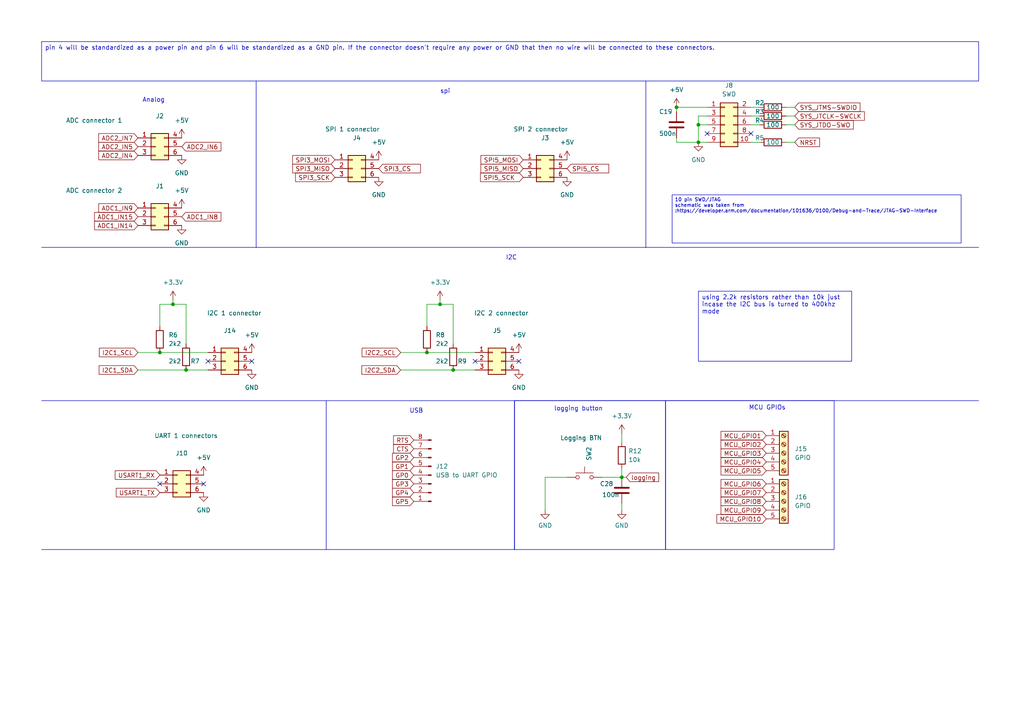
<source format=kicad_sch>
(kicad_sch (version 20230121) (generator eeschema)
  (paper "A4")
  (lib_symbols
    (symbol "Connector:Conn_01x08_Pin" (pin_names (offset 1.016) hide)
      (property "Reference" "J" (at 0 10.16 0))
      (property "Value" "Conn_01x08_Pin" (at 0 -12.7 0))
      (symbol "Conn_01x08_Pin_1_1"
        (polyline (pts (xy 1.27 -10.16) (xy 0.8636 -10.16)) (stroke (width 0.1524)))
        (polyline (pts (xy 1.27 -7.62) (xy 0.8636 -7.62)) (stroke (width 0.1524)))
        (polyline (pts (xy 1.27 -5.08) (xy 0.8636 -5.08)) (stroke (width 0.1524)))
        (polyline (pts (xy 1.27 -2.54) (xy 0.8636 -2.54)) (stroke (width 0.1524)))
        (polyline (pts (xy 1.27 0) (xy 0.8636 0)) (stroke (width 0.1524)))
        (polyline (pts (xy 1.27 2.54) (xy 0.8636 2.54)) (stroke (width 0.1524)))
        (polyline (pts (xy 1.27 5.08) (xy 0.8636 5.08)) (stroke (width 0.1524)))
        (polyline (pts (xy 1.27 7.62) (xy 0.8636 7.62)) (stroke (width 0.1524)))
        (rectangle (start 0.8636 -10.033) (end 0 -10.287) (stroke (width 0.1524)) (fill (type outline)))
        (rectangle (start 0.8636 -7.493) (end 0 -7.747) (stroke (width 0.1524)) (fill (type outline)))
        (rectangle (start 0.8636 -4.953) (end 0 -5.207) (stroke (width 0.1524)) (fill (type outline)))
        (rectangle (start 0.8636 -2.413) (end 0 -2.667) (stroke (width 0.1524)) (fill (type outline)))
        (rectangle (start 0.8636 0.127) (end 0 -0.127) (stroke (width 0.1524)) (fill (type outline)))
        (rectangle (start 0.8636 2.667) (end 0 2.413) (stroke (width 0.1524)) (fill (type outline)))
        (rectangle (start 0.8636 5.207) (end 0 4.953) (stroke (width 0.1524)) (fill (type outline)))
        (rectangle (start 0.8636 7.747) (end 0 7.493) (stroke (width 0.1524)) (fill (type outline)))
        (pin passive line (at 5.08 7.62 180) (length 3.81) (name "Pin_1") (number "1"))
        (pin passive line (at 5.08 5.08 180) (length 3.81) (name "Pin_2") (number "2"))
        (pin passive line (at 5.08 2.54 180) (length 3.81) (name "Pin_3") (number "3"))
        (pin passive line (at 5.08 0 180) (length 3.81) (name "Pin_4") (number "4"))
        (pin passive line (at 5.08 -2.54 180) (length 3.81) (name "Pin_5") (number "5"))
        (pin passive line (at 5.08 -5.08 180) (length 3.81) (name "Pin_6") (number "6"))
        (pin passive line (at 5.08 -7.62 180) (length 3.81) (name "Pin_7") (number "7"))
        (pin passive line (at 5.08 -10.16 180) (length 3.81) (name "Pin_8") (number "8"))
      )
    )
    (symbol "Connector:Screw_Terminal_01x05" (pin_names (offset 1.016) hide)
      (property "Reference" "J" (at 0 7.62 0))
      (property "Value" "Screw_Terminal_01x05" (at 0 -7.62 0))
      (symbol "Screw_Terminal_01x05_1_1"
        (rectangle (start -1.27 6.35) (end 1.27 -6.35) (stroke (width 0.254)) (fill (type background)))
        (circle (center 0 -5.08) (radius 0.635) (stroke (width 0.1524)))
        (circle (center 0 -2.54) (radius 0.635) (stroke (width 0.1524)))
        (polyline (pts (xy -0.5334 -4.7498) (xy 0.3302 -5.588)) (stroke (width 0.1524)))
        (polyline (pts (xy -0.5334 -2.2098) (xy 0.3302 -3.048)) (stroke (width 0.1524)))
        (polyline (pts (xy -0.5334 0.3302) (xy 0.3302 -0.508)) (stroke (width 0.1524)))
        (polyline (pts (xy -0.5334 2.8702) (xy 0.3302 2.032)) (stroke (width 0.1524)))
        (polyline (pts (xy -0.5334 5.4102) (xy 0.3302 4.572)) (stroke (width 0.1524)))
        (polyline (pts (xy -0.3556 -4.572) (xy 0.508 -5.4102)) (stroke (width 0.1524)))
        (polyline (pts (xy -0.3556 -2.032) (xy 0.508 -2.8702)) (stroke (width 0.1524)))
        (polyline (pts (xy -0.3556 0.508) (xy 0.508 -0.3302)) (stroke (width 0.1524)))
        (polyline (pts (xy -0.3556 3.048) (xy 0.508 2.2098)) (stroke (width 0.1524)))
        (polyline (pts (xy -0.3556 5.588) (xy 0.508 4.7498)) (stroke (width 0.1524)))
        (circle (center 0 0) (radius 0.635) (stroke (width 0.1524)))
        (circle (center 0 2.54) (radius 0.635) (stroke (width 0.1524)))
        (circle (center 0 5.08) (radius 0.635) (stroke (width 0.1524)))
        (pin passive line (at -5.08 5.08 0) (length 3.81) (name "Pin_1") (number "1"))
        (pin passive line (at -5.08 2.54 0) (length 3.81) (name "Pin_2") (number "2"))
        (pin passive line (at -5.08 0 0) (length 3.81) (name "Pin_3") (number "3"))
        (pin passive line (at -5.08 -2.54 0) (length 3.81) (name "Pin_4") (number "4"))
        (pin passive line (at -5.08 -5.08 0) (length 3.81) (name "Pin_5") (number "5"))
      )
    )
    (symbol "Connector_Generic:Conn_02x03_Top_Bottom" (pin_names (offset 1.016) hide)
      (property "Reference" "J" (at 1.27 5.08 0))
      (property "Value" "Conn_02x03_Top_Bottom" (at 1.27 -5.08 0))
      (symbol "Conn_02x03_Top_Bottom_1_1"
        (rectangle (start -1.27 -2.413) (end 0 -2.667) (stroke (width 0.1524)))
        (rectangle (start -1.27 0.127) (end 0 -0.127) (stroke (width 0.1524)))
        (rectangle (start -1.27 2.667) (end 0 2.413) (stroke (width 0.1524)))
        (rectangle (start -1.27 3.81) (end 3.81 -3.81) (stroke (width 0.254)) (fill (type background)))
        (rectangle (start 3.81 -2.413) (end 2.54 -2.667) (stroke (width 0.1524)))
        (rectangle (start 3.81 0.127) (end 2.54 -0.127) (stroke (width 0.1524)))
        (rectangle (start 3.81 2.667) (end 2.54 2.413) (stroke (width 0.1524)))
        (pin passive line (at -5.08 2.54 0) (length 3.81) (name "Pin_1") (number "1"))
        (pin passive line (at -5.08 0 0) (length 3.81) (name "Pin_2") (number "2"))
        (pin passive line (at -5.08 -2.54 0) (length 3.81) (name "Pin_3") (number "3"))
        (pin passive line (at 7.62 2.54 180) (length 3.81) (name "Pin_4") (number "4"))
        (pin passive line (at 7.62 0 180) (length 3.81) (name "Pin_5") (number "5"))
        (pin passive line (at 7.62 -2.54 180) (length 3.81) (name "Pin_6") (number "6"))
      )
    )
    (symbol "Connector_Generic:Conn_02x05_Odd_Even" (pin_names (offset 1.016) hide)
      (property "Reference" "J" (at 1.27 7.62 0))
      (property "Value" "Conn_02x05_Odd_Even" (at 1.27 -7.62 0))
      (symbol "Conn_02x05_Odd_Even_1_1"
        (rectangle (start -1.27 -4.953) (end 0 -5.207) (stroke (width 0.1524)))
        (rectangle (start -1.27 -2.413) (end 0 -2.667) (stroke (width 0.1524)))
        (rectangle (start -1.27 0.127) (end 0 -0.127) (stroke (width 0.1524)))
        (rectangle (start -1.27 2.667) (end 0 2.413) (stroke (width 0.1524)))
        (rectangle (start -1.27 5.207) (end 0 4.953) (stroke (width 0.1524)))
        (rectangle (start -1.27 6.35) (end 3.81 -6.35) (stroke (width 0.254)) (fill (type background)))
        (rectangle (start 3.81 -4.953) (end 2.54 -5.207) (stroke (width 0.1524)))
        (rectangle (start 3.81 -2.413) (end 2.54 -2.667) (stroke (width 0.1524)))
        (rectangle (start 3.81 0.127) (end 2.54 -0.127) (stroke (width 0.1524)))
        (rectangle (start 3.81 2.667) (end 2.54 2.413) (stroke (width 0.1524)))
        (rectangle (start 3.81 5.207) (end 2.54 4.953) (stroke (width 0.1524)))
        (pin passive line (at -5.08 5.08 0) (length 3.81) (name "Pin_1") (number "1"))
        (pin passive line (at 7.62 -5.08 180) (length 3.81) (name "Pin_10") (number "10"))
        (pin passive line (at 7.62 5.08 180) (length 3.81) (name "Pin_2") (number "2"))
        (pin passive line (at -5.08 2.54 0) (length 3.81) (name "Pin_3") (number "3"))
        (pin passive line (at 7.62 2.54 180) (length 3.81) (name "Pin_4") (number "4"))
        (pin passive line (at -5.08 0 0) (length 3.81) (name "Pin_5") (number "5"))
        (pin passive line (at 7.62 0 180) (length 3.81) (name "Pin_6") (number "6"))
        (pin passive line (at -5.08 -2.54 0) (length 3.81) (name "Pin_7") (number "7"))
        (pin passive line (at 7.62 -2.54 180) (length 3.81) (name "Pin_8") (number "8"))
        (pin passive line (at -5.08 -5.08 0) (length 3.81) (name "Pin_9") (number "9"))
      )
    )
    (symbol "Device:C" (pin_numbers hide) (pin_names (offset 0.254))
      (property "Reference" "C" (at 0.635 2.54 0))
      (property "Value" "C" (at 0.635 -2.54 0))
      (symbol "C_0_1"
        (polyline (pts (xy -2.032 -0.762) (xy 2.032 -0.762)) (stroke (width 0.508)))
        (polyline (pts (xy -2.032 0.762) (xy 2.032 0.762)) (stroke (width 0.508)))
      )
      (symbol "C_1_1"
        (pin passive line (at 0 3.81 270) (length 2.794) (name "~") (number "1"))
        (pin passive line (at 0 -3.81 90) (length 2.794) (name "~") (number "2"))
      )
    )
    (symbol "Device:R" (pin_numbers hide) (pin_names (offset 0))
      (property "Reference" "R" (at 2.032 0 90))
      (property "Value" "R" (at 0 0 90))
      (symbol "R_0_1"
        (rectangle (start -1.016 -2.54) (end 1.016 2.54) (stroke (width 0.254)))
      )
      (symbol "R_1_1"
        (pin passive line (at 0 3.81 270) (length 1.27) (name "~") (number "1"))
        (pin passive line (at 0 -3.81 90) (length 1.27) (name "~") (number "2"))
      )
    )
    (symbol "Switch:SW_Push" (pin_numbers hide) (pin_names (offset 1.016) hide)
      (property "Reference" "SW" (at 1.27 2.54 0))
      (property "Value" "SW_Push" (at 0 -1.524 0))
      (symbol "SW_Push_0_1"
        (circle (center -2.032 0) (radius 0.508))
        (polyline (pts (xy 0 1.27) (xy 0 3.048)))
        (polyline (pts (xy 2.54 1.27) (xy -2.54 1.27)))
        (circle (center 2.032 0) (radius 0.508))
        (pin passive line (at -5.08 0 0) (length 2.54) (name "1") (number "1"))
        (pin passive line (at 5.08 0 180) (length 2.54) (name "2") (number "2"))
      )
    )
    (symbol "power:+3.3V" (power) (pin_names (offset 0))
      (property "Value" "+3.3V" (at 0 3.556 0))
      (symbol "+3.3V_0_1"
        (polyline (pts (xy -0.762 1.27) (xy 0 2.54)))
        (polyline (pts (xy 0 0) (xy 0 2.54)))
        (polyline (pts (xy 0 2.54) (xy 0.762 1.27)))
      )
      (symbol "+3.3V_1_1"
        (pin power_in line (at 0 0 90) (length 0) hide (name "+3.3V") (number "1"))
      )
    )
    (symbol "power:+5V" (power) (pin_names (offset 0))
      (property "Value" "+5V" (at 0 3.556 0))
      (symbol "+5V_0_1"
        (polyline (pts (xy -0.762 1.27) (xy 0 2.54)))
        (polyline (pts (xy 0 0) (xy 0 2.54)))
        (polyline (pts (xy 0 2.54) (xy 0.762 1.27)))
      )
      (symbol "+5V_1_1"
        (pin power_in line (at 0 0 90) (length 0) hide (name "+5V") (number "1"))
      )
    )
    (symbol "power:GND" (power) (pin_names (offset 0))
      (property "Value" "GND" (at 0 -3.81 0))
      (symbol "GND_0_1"
        (polyline (pts (xy 0 0) (xy 0 -1.27) (xy 1.27 -1.27) (xy 0 -2.54) (xy -1.27 -1.27) (xy 0 -1.27)))
      )
      (symbol "GND_1_1"
        (pin power_in line (at 0 0 270) (length 0) hide (name "GND") (number "1"))
      )
    )
  )
  (junction (at 202.565 36.195))
  (junction (at 131.445 107.315))
  (junction (at 196.215 31.115))
  (junction (at 46.355 102.235))
  (junction (at 127.635 88.265))
  (junction (at 53.975 107.315))
  (junction (at 202.565 41.275))
  (junction (at 50.165 88.265))
  (junction (at 123.825 102.235))
  (junction (at 180.34 138.43))
  (no_connect (at 217.805 38.735))
  (no_connect (at 137.795 104.775))
  (no_connect (at 60.325 104.775))
  (no_connect (at 205.105 38.735))
  (no_connect (at 150.495 104.775))
  (no_connect (at 46.355 140.335))
  (no_connect (at 59.055 140.335))
  (no_connect (at 73.025 104.775))
  (wire (pts (xy 53.975 99.695) (xy 53.975 88.265)))
  (wire (pts (xy 227.965 33.655) (xy 230.505 33.655)))
  (wire (pts (xy 40.005 102.235) (xy 46.355 102.235)))
  (polyline (pts (xy 12.065 159.385) (xy 94.615 159.385)))
  (polyline (pts (xy 187.325 71.755) (xy 283.845 71.755)))
  (wire (pts (xy 158.115 138.43) (xy 158.115 147.955)))
  (wire (pts (xy 116.205 107.315) (xy 131.445 107.315)))
  (wire (pts (xy 227.965 31.115) (xy 230.505 31.115)))
  (polyline (pts (xy 74.295 23.495) (xy 74.295 71.755)))
  (polyline (pts (xy 94.615 159.385) (xy 149.225 159.385)))
  (wire (pts (xy 131.445 99.695) (xy 131.445 88.265)))
  (wire (pts (xy 202.565 33.655) (xy 202.565 36.195)))
  (polyline (pts (xy 94.615 159.385) (xy 94.615 116.205)))
  (wire (pts (xy 202.565 36.195) (xy 205.105 36.195)))
  (wire (pts (xy 180.34 125.73) (xy 180.34 128.27)))
  (wire (pts (xy 40.005 107.315) (xy 53.975 107.315)))
  (wire (pts (xy 123.825 88.265) (xy 127.635 88.265)))
  (polyline (pts (xy 149.225 159.385) (xy 149.225 116.205)))
  (wire (pts (xy 137.795 102.235) (xy 123.825 102.235)))
  (wire (pts (xy 46.355 88.265) (xy 50.165 88.265)))
  (wire (pts (xy 46.355 94.615) (xy 46.355 88.265)))
  (wire (pts (xy 205.105 41.275) (xy 202.565 41.275)))
  (polyline (pts (xy 74.295 71.755) (xy 187.325 71.755)))
  (wire (pts (xy 205.105 33.655) (xy 202.565 33.655)))
  (wire (pts (xy 127.635 86.995) (xy 127.635 88.265)))
  (wire (pts (xy 123.825 94.615) (xy 123.825 88.265)))
  (wire (pts (xy 180.34 138.43) (xy 181.61 138.43)))
  (wire (pts (xy 60.325 107.315) (xy 53.975 107.315)))
  (polyline (pts (xy 12.065 71.755) (xy 74.295 71.755)))
  (polyline (pts (xy 187.325 23.495) (xy 187.325 71.755)))
  (wire (pts (xy 174.625 138.43) (xy 180.34 138.43)))
  (wire (pts (xy 196.215 31.115) (xy 205.105 31.115)))
  (wire (pts (xy 50.165 86.995) (xy 50.165 88.265)))
  (wire (pts (xy 227.965 41.275) (xy 230.505 41.275)))
  (polyline (pts (xy 12.065 116.205) (xy 283.845 116.205)))
  (wire (pts (xy 217.805 41.275) (xy 220.345 41.275)))
  (wire (pts (xy 53.975 88.265) (xy 50.165 88.265)))
  (wire (pts (xy 196.215 41.275) (xy 202.565 41.275)))
  (wire (pts (xy 196.215 31.115) (xy 196.215 32.385)))
  (wire (pts (xy 116.205 102.235) (xy 123.825 102.235)))
  (wire (pts (xy 227.965 36.195) (xy 230.505 36.195)))
  (wire (pts (xy 217.805 33.655) (xy 220.345 33.655)))
  (wire (pts (xy 158.115 138.43) (xy 164.465 138.43)))
  (wire (pts (xy 202.565 41.275) (xy 202.565 36.195)))
  (wire (pts (xy 196.215 40.005) (xy 196.215 41.275)))
  (wire (pts (xy 137.795 107.315) (xy 131.445 107.315)))
  (wire (pts (xy 217.805 31.115) (xy 220.345 31.115)))
  (wire (pts (xy 217.805 36.195) (xy 220.345 36.195)))
  (wire (pts (xy 131.445 88.265) (xy 127.635 88.265)))
  (wire (pts (xy 180.34 135.89) (xy 180.34 138.43)))
  (wire (pts (xy 180.34 147.955) (xy 180.34 146.05)))
  (wire (pts (xy 60.325 102.235) (xy 46.355 102.235)))
  (rectangle (start 193.04 116.205) (end 241.935 159.385))
  (rectangle (start 149.225 116.205) (end 193.04 159.385))
  (text_box "using 2.2k resistors rather than 10k just incase the I2C bus is turned to 400khz mode\n" (at 202.565 84.455 0) (size 44.45 20.32) (effects (font (size 1.27 1.27)) (justify left top)))
  (text_box "pin 4 will be standardized as a power pin and pin 6 will be standardized as a GND pin. If the connector doesn't require any power or GND that then no wire will be connected to these connectors.\n" (at 12.065 12.065 0) (size 271.78 11.43) (effects (font (size 1.27 1.27)) (justify left top)))
  (text_box "10 pin SWD/JTAG \nschematic was taken from :https://developer.arm.com/documentation/101636/0100/Debug-and-Trace/JTAG-SWD-Interface\n" (at 194.945 56.515 0) (size 83.82 13.97) (effects (font (size 1 1)) (justify left top)))
  (text "Analog\n" (at 41.275 29.845 0) (effects (font (size 1.27 1.27)) (justify left bottom)))
  (text "logging button\n" (at 160.655 119.38 0) (effects (font (size 1.27 1.27)) (justify left bottom)))
  (text "spi\n" (at 127.635 27.305 0) (effects (font (size 1.27 1.27)) (justify left bottom)))
  (text "USB\n" (at 118.745 120.015 0) (effects (font (size 1.27 1.27)) (justify left bottom)))
  (text "MCU GPIOs\n\n\n" (at 217.17 123.19 0) (effects (font (size 1.27 1.27)) (justify left bottom)))
  (text "I2C\n" (at 146.685 75.565 0) (effects (font (size 1.27 1.27)) (justify left bottom)))
  (global_label "NRST" (shape input) (at 230.505 41.275 0) (property "Intersheetrefs" "${INTERSHEET_REFS}" (effects hide)))
  (global_label "ADC1_IN15" (shape input) (at 40.005 62.865 180) (property "Intersheetrefs" "${INTERSHEET_REFS}" (effects hide)))
  (global_label "MCU_GPIO4" (shape input) (at 222.25 133.985 180) (property "Intersheetrefs" "${INTERSHEET_REFS}" (effects hide)))
  (global_label "MCU_GPIO2" (shape input) (at 222.25 128.905 180) (property "Intersheetrefs" "${INTERSHEET_REFS}" (effects hide)))
  (global_label "ADC1_IN8" (shape input) (at 52.705 62.865 0) (property "Intersheetrefs" "${INTERSHEET_REFS}" (effects hide)))
  (global_label "MCU_GPIO5" (shape input) (at 222.25 136.525 180) (property "Intersheetrefs" "${INTERSHEET_REFS}" (effects hide)))
  (global_label "GP1" (shape input) (at 120.015 135.255 180) (property "Intersheetrefs" "${INTERSHEET_REFS}" (effects hide)))
  (global_label "SPI5_MOSI" (shape input) (at 151.765 46.355 180) (property "Intersheetrefs" "${INTERSHEET_REFS}" (effects hide)))
  (global_label "SPI5_CS  " (shape input) (at 164.465 48.895 0) (property "Intersheetrefs" "${INTERSHEET_REFS}" (effects hide)))
  (global_label "ADC2_IN6" (shape input) (at 52.705 42.545 0) (property "Intersheetrefs" "${INTERSHEET_REFS}" (effects hide)))
  (global_label "SPI5_MISO" (shape input) (at 151.765 48.895 180) (property "Intersheetrefs" "${INTERSHEET_REFS}" (effects hide)))
  (global_label "RTS" (shape input) (at 120.015 127.635 180) (property "Intersheetrefs" "${INTERSHEET_REFS}" (effects hide)))
  (global_label "CTS" (shape input) (at 120.015 130.175 180) (property "Intersheetrefs" "${INTERSHEET_REFS}" (effects hide)))
  (global_label "SPI5_SCK " (shape input) (at 151.765 51.435 180) (property "Intersheetrefs" "${INTERSHEET_REFS}" (effects hide)))
  (global_label "GP3" (shape input) (at 120.015 140.335 180) (property "Intersheetrefs" "${INTERSHEET_REFS}" (effects hide)))
  (global_label "I2C1_SDA" (shape input) (at 40.005 107.315 180) (property "Intersheetrefs" "${INTERSHEET_REFS}" (effects hide)))
  (global_label "ADC1_IN9" (shape input) (at 40.005 60.325 180) (property "Intersheetrefs" "${INTERSHEET_REFS}" (effects hide)))
  (global_label "ADC2_IN5" (shape input) (at 40.005 42.545 180) (property "Intersheetrefs" "${INTERSHEET_REFS}" (effects hide)))
  (global_label "MCU_GPIO1" (shape input) (at 222.25 126.365 180) (property "Intersheetrefs" "${INTERSHEET_REFS}" (effects hide)))
  (global_label "SYS_JTMS-SWDIO" (shape input) (at 230.505 31.115 0) (property "Intersheetrefs" "${INTERSHEET_REFS}" (effects hide)))
  (global_label "ADC2_IN7" (shape input) (at 40.005 40.005 180) (property "Intersheetrefs" "${INTERSHEET_REFS}" (effects hide)))
  (global_label "USART1_TX" (shape input) (at 46.355 142.875 180) (property "Intersheetrefs" "${INTERSHEET_REFS}" (effects hide)))
  (global_label "MCU_GPIO7" (shape input) (at 222.25 142.875 180) (property "Intersheetrefs" "${INTERSHEET_REFS}" (effects hide)))
  (global_label "I2C2_SDA" (shape input) (at 116.205 107.315 180) (property "Intersheetrefs" "${INTERSHEET_REFS}" (effects hide)))
  (global_label "ADC1_IN14" (shape input) (at 40.005 65.405 180) (property "Intersheetrefs" "${INTERSHEET_REFS}" (effects hide)))
  (global_label "ADC2_IN4" (shape input) (at 40.005 45.085 180) (property "Intersheetrefs" "${INTERSHEET_REFS}" (effects hide)))
  (global_label "GP4" (shape input) (at 120.015 142.875 180) (property "Intersheetrefs" "${INTERSHEET_REFS}" (effects hide)))
  (global_label "MCU_GPIO3" (shape input) (at 222.25 131.445 180) (property "Intersheetrefs" "${INTERSHEET_REFS}" (effects hide)))
  (global_label "MCU_GPIO10" (shape input) (at 222.25 150.495 180) (property "Intersheetrefs" "${INTERSHEET_REFS}" (effects hide)))
  (global_label "GP0" (shape input) (at 120.015 137.795 180) (property "Intersheetrefs" "${INTERSHEET_REFS}" (effects hide)))
  (global_label "SYS_JTDO-SWO" (shape input) (at 230.505 36.195 0) (property "Intersheetrefs" "${INTERSHEET_REFS}" (effects hide)))
  (global_label "SPI3_MOSI" (shape input) (at 97.155 46.355 180) (property "Intersheetrefs" "${INTERSHEET_REFS}" (effects hide)))
  (global_label "SPI3_SCK" (shape input) (at 97.155 51.435 180) (property "Intersheetrefs" "${INTERSHEET_REFS}" (effects hide)))
  (global_label "logging" (shape input) (at 181.61 138.43 0) (property "Intersheetrefs" "${INTERSHEET_REFS}" (effects hide)))
  (global_label "MCU_GPIO6" (shape input) (at 222.25 140.335 180) (property "Intersheetrefs" "${INTERSHEET_REFS}" (effects hide)))
  (global_label "USART1_RX" (shape input) (at 46.355 137.795 180) (property "Intersheetrefs" "${INTERSHEET_REFS}" (effects hide)))
  (global_label "SPI3_CS  " (shape input) (at 109.855 48.895 0) (property "Intersheetrefs" "${INTERSHEET_REFS}" (effects hide)))
  (global_label "I2C1_SCL" (shape input) (at 40.005 102.235 180) (property "Intersheetrefs" "${INTERSHEET_REFS}" (effects hide)))
  (global_label "GP2" (shape input) (at 120.015 132.715 180) (property "Intersheetrefs" "${INTERSHEET_REFS}" (effects hide)))
  (global_label "MCU_GPIO8" (shape input) (at 222.25 145.415 180) (property "Intersheetrefs" "${INTERSHEET_REFS}" (effects hide)))
  (global_label "MCU_GPIO9" (shape input) (at 222.25 147.955 180) (property "Intersheetrefs" "${INTERSHEET_REFS}" (effects hide)))
  (global_label "SYS_JTCLK-SWCLK" (shape input) (at 230.505 33.655 0) (property "Intersheetrefs" "${INTERSHEET_REFS}" (effects hide)))
  (global_label "I2C2_SCL" (shape input) (at 116.205 102.235 180) (property "Intersheetrefs" "${INTERSHEET_REFS}" (effects hide)))
  (global_label "SPI3_MISO" (shape input) (at 97.155 48.895 180) (property "Intersheetrefs" "${INTERSHEET_REFS}" (effects hide)))
  (global_label "GP5" (shape input) (at 120.015 145.415 180) (property "Intersheetrefs" "${INTERSHEET_REFS}" (effects hide)))
  (symbol (lib_id "power:GND") (at 59.055 142.875 0) (unit 1)
    (property "Reference" "#PWR046" (effects hide))
    (property "Value" "GND" (at 59.055 147.955 0))
  )
  (symbol (lib_id "Device:R") (at 46.355 98.425 0) (unit 1)
    (property "Reference" "R6" (at 48.895 97.155 0) (effects (justify left)))
    (property "Value" "2k2" (at 48.895 99.695 0) (effects (justify left)))
    (property "Footprint" "Resistor_SMD:R_0603_1608Metric_Pad0.98x0.95mm_HandSolder" (effects hide))
    (property "JLCpart#" "C427273" (effects hide))
    (instances (project "stm32f429z" (path "" (reference "R6") (unit 1))) (project "rev2" (path "" (reference "R6") (unit 1))) (project "Ethernet test" (path "" (reference "R8") (unit 1))))
  )
  (symbol (lib_id "power:+5V") (at 52.705 40.005 0) (unit 1)
    (property "Reference" "#PWR025" (effects hide))
    (property "Value" "+5V" (at 52.705 34.925 0))
    (instances (project "stm32f429z" (path "" (reference "#PWR025") (unit 1))) (project "rev2" (path "" (reference "#PWR025") (unit 1))) (project "Ethernet test" (path "" (reference "#PWR016") (unit 1))))
  )
  (symbol (lib_id "power:+3.3V") (at 127.635 86.995 0) (unit 1)
    (property "Reference" "#PWR042" (effects hide))
    (property "Value" "+3.3V" (at 127.635 81.915 0))
    (instances (project "stm32f429z" (path "" (reference "#PWR042") (unit 1))) (project "rev2" (path "" (reference "#PWR042") (unit 1))) (project "Ethernet test" (path "" (reference "#PWR039") (unit 1))))
  )
  (symbol (lib_id "Device:R") (at 224.155 33.655 90) (unit 1)
    (property "Reference" "R3" (at 220.345 32.385 90))
    (property "Value" "100" (at 224.155 33.655 90))
    (property "Footprint" "Resistor_SMD:R_0603_1608Metric_Pad0.98x0.95mm_HandSolder" (effects hide))
    (property "JLCpart#" "C441885" (effects hide))
    (instances (project "stm32f429z" (path "" (reference "R3") (unit 1))) (project "rev2" (path "" (reference "R3") (unit 1))) (project "Ethernet test" (path "" (reference "R5") (unit 1))))
  )
  (symbol (lib_id "power:+5V") (at 73.025 102.235 0) (unit 1)
    (property "Reference" "#PWR040" (effects hide))
    (property "Value" "+5V" (at 73.025 97.155 0))
  )
  (symbol (lib_id "Connector:Screw_Terminal_01x05") (at 227.33 145.415 0) (unit 1)
    (property "Reference" "J16" (at 230.505 144.145 0) (effects (justify left)))
    (property "Value" "GPIO" (at 230.505 146.685 0) (effects (justify left)))
    (property "Footprint" "TerminalBlock_Phoenix:TerminalBlock_Phoenix_MPT-0,5-5-2.54_1x05_P2.54mm_Horizontal" (effects hide))
    (instances (project "stm32f429z" (path "" (reference "J16") (unit 1))) (project "rev2" (path "" (reference "J16") (unit 1))) (project "Ethernet test" (path "" (reference "J11") (unit 1))))
  )
  (symbol (lib_id "power:GND") (at 73.025 107.315 0) (unit 1)
    (property "Reference" "#PWR041" (effects hide))
    (property "Value" "GND" (at 73.025 112.395 0))
    (instances (project "stm32f429z" (path "" (reference "#PWR041") (unit 1))) (project "rev2" (path "" (reference "#PWR041") (unit 1))) (project "Ethernet test" (path "" (reference "#PWR042") (unit 1))))
  )
  (symbol (lib_id "Connector_Generic:Conn_02x05_Odd_Even") (at 210.185 36.195 0) (unit 1)
    (property "Reference" "J8" (at 211.455 24.765 0))
    (property "Value" "SWD" (at 211.455 27.305 0))
    (property "Footprint" "Connector_PinHeader_2.54mm:PinHeader_2x05_P2.54mm_Vertical" (effects hide))
    (instances (project "stm32f429z" (path "" (reference "J8") (unit 1))) (project "rev2" (path "" (reference "J8") (unit 1))) (project "Ethernet test" (path "" (reference "J1") (unit 1))))
  )
  (symbol (lib_id "Connector:Conn_01x08_Pin") (at 125.095 137.795 180) (unit 1)
    (property "Reference" "J12" (at 126.365 135.255 0) (effects (justify right)))
    (property "Value" "USB to UART GPIO" (at 126.365 137.795 0) (effects (justify right)))
    (property "Footprint" "Connector_PinHeader_2.54mm:PinHeader_1x08_P2.54mm_Vertical" (effects hide))
    (instances (project "stm32f429z" (path "" (reference "J12") (unit 1))) (project "rev2" (path "" (reference "J12") (unit 1))) (project "Ethernet test" (path "" (reference "J9") (unit 1))))
  )
  (symbol (lib_id "power:GND") (at 52.705 65.405 0) (unit 1)
    (property "Reference" "#PWR028" (effects hide))
    (property "Value" "GND" (at 52.705 70.485 0))
    (instances (project "stm32f429z" (path "" (reference "#PWR028") (unit 1))) (project "rev2" (path "" (reference "#PWR028") (unit 1))) (project "Ethernet test" (path "" (reference "#PWR037") (unit 1))))
  )
  (symbol (lib_id "Connector_Generic:Conn_02x03_Top_Bottom") (at 102.235 48.895 0) (unit 1)
    (property "Reference" "J4" (at 103.505 40.005 0))
    (property "Value" "SPI 1 connector" (at 102.235 37.465 0))
    (property "Footprint" "NewMolexLibrary:Molex_MegaFit_2x03x5.70mm_Angled" (effects hide))
    (instances (project "stm32f429z" (path "" (reference "J4") (unit 1))) (project "rev2" (path "" (reference "J4") (unit 1))) (project "Ethernet test" (path "" (reference "J3") (unit 1))))
  )
  (symbol (lib_id "power:+5V") (at 164.465 46.355 0) (unit 1)
    (property "Reference" "#PWR021" (effects hide))
    (property "Value" "+5V" (at 164.465 41.275 0))
    (instances (project "stm32f429z" (path "" (reference "#PWR021") (unit 1))) (project "rev2" (path "" (reference "#PWR021") (unit 1))) (project "Ethernet test" (path "" (reference "#PWR033") (unit 1))))
  )
  (symbol (lib_id "power:GND") (at 150.495 107.315 0) (unit 1)
    (property "Reference" "#PWR044" (effects hide))
    (property "Value" "GND" (at 150.495 112.395 0))
    (instances (project "stm32f429z" (path "" (reference "#PWR044") (unit 1))) (project "rev2" (path "" (reference "#PWR044") (unit 1))) (project "Ethernet test" (path "" (reference "#PWR043") (unit 1))))
  )
  (symbol (lib_id "power:+3.3V") (at 50.165 86.995 0) (unit 1)
    (property "Reference" "#PWR039" (effects hide))
    (property "Value" "+3.3V" (at 50.165 81.915 0))
    (instances (project "stm32f429z" (path "" (reference "#PWR039") (unit 1))) (project "rev2" (path "" (reference "#PWR039") (unit 1))) (project "Ethernet test" (path "" (reference "#PWR038") (unit 1))))
  )
  (symbol (lib_id "Device:R") (at 180.34 132.08 0) (unit 1)
    (property "Reference" "R12" (at 182.245 130.81 0) (effects (justify left)))
    (property "Value" "10k" (at 182.245 133.35 0) (effects (justify left)))
    (property "Footprint" "Resistor_SMD:R_0603_1608Metric_Pad0.98x0.95mm_HandSolder" (effects hide))
    (property "JLCpart#" "C4226066" (effects hide))
    (instances (project "stm32f429z" (path "" (reference "R12") (unit 1))) (project "rev2" (path "" (reference "R16") (unit 1))) (project "Ethernet test" (path "" (reference "R12") (unit 1))))
  )
  (symbol (lib_id "Switch:SW_Push") (at 169.545 138.43 0) (unit 1)
    (property "Reference" "SW2" (at 170.815 129.54 90) (effects (justify right)))
    (property "Value" "Logging BTN" (at 174.625 127 0) (effects (justify right)))
    (property "Footprint" "Button_Switch_SMD:SW_SPST_PTS645" (effects hide))
    (instances (project "stm32f429z" (path "" (reference "SW2") (unit 1)) (path "" (reference "SW4") (unit 1))) (project "rev2" (path "" (reference "SW3") (unit 1))) (project "Ethernet test" (path "" (reference "SW2") (unit 1))))
  )
  (symbol (lib_id "Connector:Screw_Terminal_01x05") (at 227.33 131.445 0) (unit 1)
    (property "Reference" "J15" (at 230.505 130.175 0) (effects (justify left)))
    (property "Value" "GPIO" (at 230.505 132.715 0) (effects (justify left)))
    (property "Footprint" "TerminalBlock_Phoenix:TerminalBlock_Phoenix_MPT-0,5-5-2.54_1x05_P2.54mm_Horizontal" (effects hide))
    (instances (project "stm32f429z" (path "" (reference "J15") (unit 1))) (project "rev2" (path "" (reference "J15") (unit 1))) (project "Ethernet test" (path "" (reference "J8") (unit 1))))
  )
  (symbol (lib_id "Device:R") (at 224.155 41.275 90) (unit 1)
    (property "Reference" "R5" (at 220.345 40.005 90))
    (property "Value" "100" (at 224.155 41.275 90))
    (property "Footprint" "Resistor_SMD:R_0603_1608Metric_Pad0.98x0.95mm_HandSolder" (effects hide))
    (property "JLCpart#" "C441885" (effects hide))
    (instances (project "stm32f429z" (path "" (reference "R5") (unit 1))) (project "rev2" (path "" (reference "R5") (unit 1))) (project "Ethernet test" (path "" (reference "R7") (unit 1))))
  )
  (symbol (lib_id "Connector_Generic:Conn_02x03_Top_Bottom") (at 45.085 62.865 0) (unit 1)
    (property "Reference" "J1" (at 46.355 53.975 0))
    (property "Value" "ADC connector 2" (at 27.305 55.245 0))
    (property "Footprint" "NewMolexLibrary:Molex_MegaFit_2x03x5.70mm_Angled" (effects hide))
    (instances (project "stm32f429z" (path "" (reference "J1") (unit 1))) (project "rev2" (path "" (reference "J1") (unit 1))) (project "Ethernet test" (path "" (reference "J5") (unit 1))))
  )
  (symbol (lib_id "Connector_Generic:Conn_02x03_Top_Bottom") (at 156.845 48.895 0) (unit 1)
    (property "Reference" "J3" (at 158.115 40.005 0))
    (property "Value" "SPI 2 connector" (at 156.845 37.465 0))
    (property "Footprint" "NewMolexLibrary:Molex_MegaFit_2x03x5.70mm_Angled" (effects hide))
    (instances (project "stm32f429z" (path "" (reference "J3") (unit 1))) (project "rev2" (path "" (reference "J3") (unit 1))) (project "Ethernet test" (path "" (reference "J4") (unit 1))))
  )
  (symbol (lib_id "power:+5V") (at 150.495 102.235 0) (unit 1)
    (property "Reference" "#PWR043" (effects hide))
    (property "Value" "+5V" (at 150.495 97.155 0))
    (instances (project "stm32f429z" (path "" (reference "#PWR043") (unit 1))) (project "rev2" (path "" (reference "#PWR043") (unit 1))) (project "Ethernet test" (path "" (reference "#PWR041") (unit 1))))
  )
  (symbol (lib_id "Device:R") (at 131.445 103.505 0) (unit 1)
    (property "Reference" "R9" (at 132.715 104.775 0) (effects (justify left)))
    (property "Value" "2k2" (at 126.365 104.775 0) (effects (justify left)))
    (property "Footprint" "Resistor_SMD:R_0603_1608Metric_Pad0.98x0.95mm_HandSolder" (effects hide))
    (property "JLCpart#" "C427273" (effects hide))
    (instances (project "stm32f429z" (path "" (reference "R9") (unit 1))) (project "rev2" (path "" (reference "R9") (unit 1))) (project "Ethernet test" (path "" (reference "R11") (unit 1))))
  )
  (symbol (lib_id "power:+3.3V") (at 180.34 125.73 0) (unit 1)
    (property "Reference" "#PWR050" (effects hide))
    (property "Value" "+3.3V" (at 180.34 120.65 0))
    (instances (project "stm32f429z" (path "" (reference "#PWR050") (unit 1))) (project "rev2" (path "" (reference "#PWR050") (unit 1))) (project "Ethernet test" (path "" (reference "#PWR044") (unit 1))))
  )
  (symbol (lib_id "power:+5V") (at 109.855 46.355 0) (unit 1)
    (property "Reference" "#PWR023" (effects hide))
    (property "Value" "+5V" (at 109.855 41.275 0))
    (instances (project "stm32f429z" (path "" (reference "#PWR023") (unit 1))) (project "rev2" (path "" (reference "#PWR023") (unit 1))) (project "Ethernet test" (path "" (reference "#PWR032") (unit 1))))
  )
  (symbol (lib_id "power:+5V") (at 196.215 31.115 0) (unit 1)
    (property "Reference" "#PWR019" (effects hide))
    (property "Value" "+5V" (at 196.215 26.035 0))
    (instances (project "stm32f429z" (path "" (reference "#PWR019") (unit 1))) (project "rev2" (path "" (reference "#PWR019") (unit 1))) (project "Ethernet test" (path "" (reference "#PWR015") (unit 1))))
  )
  (symbol (lib_id "power:GND") (at 180.34 147.955 0) (unit 1)
    (property "Reference" "#PWR049" (effects hide))
    (property "Value" "GND" (at 180.34 152.4 0))
    (instances (project "stm32f429z" (path "" (reference "#PWR049") (unit 1))) (project "rev2" (path "" (reference "#PWR049") (unit 1))) (project "Ethernet test" (path "" (reference "#PWR048") (unit 1))))
  )
  (symbol (lib_id "power:GND") (at 164.465 51.435 0) (unit 1)
    (property "Reference" "#PWR026" (effects hide))
    (property "Value" "GND" (at 164.465 56.515 0))
    (instances (project "stm32f429z" (path "" (reference "#PWR026") (unit 1))) (project "rev2" (path "" (reference "#PWR026") (unit 1))) (project "Ethernet test" (path "" (reference "#PWR035") (unit 1))))
  )
  (symbol (lib_id "Device:C") (at 196.215 36.195 0) (unit 1)
    (property "Reference" "C19" (at 191.135 32.385 0) (effects (justify left)))
    (property "Value" "500n" (at 191.135 38.735 0) (effects (justify left)))
    (property "Footprint" "Capacitor_SMD:C_0603_1608Metric_Pad1.08x0.95mm_HandSolder" (effects hide))
    (property "JLCpart#" "C124567" (effects hide))
    (instances (project "stm32f429z" (path "" (reference "C19") (unit 1))) (project "rev2" (path "" (reference "C19") (unit 1))) (project "Ethernet test" (path "" (reference "C27") (unit 1))))
  )
  (symbol (lib_id "Connector_Generic:Conn_02x03_Top_Bottom") (at 51.435 140.335 0) (unit 1)
    (property "Reference" "J10" (at 52.705 131.445 0))
    (property "Value" "UART 1 connectors" (at 53.975 126.365 0))
    (property "Footprint" "NewMolexLibrary:Molex_MegaFit_2x03x5.70mm_Angled" (effects hide))
  )
  (symbol (lib_id "power:GND") (at 202.565 41.275 0) (unit 1)
    (property "Reference" "#PWR035" (effects hide))
    (property "Value" "GND" (at 202.565 46.355 0))
    (instances (project "stm32f429z" (path "" (reference "#PWR035") (unit 1))) (project "rev2" (path "" (reference "#PWR035") (unit 1))) (project "Ethernet test" (path "" (reference "#PWR018") (unit 1))))
  )
  (symbol (lib_id "power:GND") (at 109.855 51.435 0) (unit 1)
    (property "Reference" "#PWR022" (effects hide))
    (property "Value" "GND" (at 109.855 56.515 0))
    (instances (project "stm32f429z" (path "" (reference "#PWR022") (unit 1))) (project "rev2" (path "" (reference "#PWR022") (unit 1))) (project "Ethernet test" (path "" (reference "#PWR034") (unit 1))))
  )
  (symbol (lib_id "Device:R") (at 224.155 31.115 90) (unit 1)
    (property "Reference" "R2" (at 220.345 29.845 90))
    (property "Value" "100" (at 224.155 31.115 90))
    (property "Footprint" "Resistor_SMD:R_0603_1608Metric_Pad0.98x0.95mm_HandSolder" (effects hide))
    (property "JLCpart#" "C441885" (effects hide))
  )
  (symbol (lib_id "Connector_Generic:Conn_02x03_Top_Bottom") (at 142.875 104.775 0) (unit 1)
    (property "Reference" "J5" (at 144.145 95.885 0))
    (property "Value" "I2C 2 connector" (at 145.415 90.805 0))
    (property "Footprint" "NewMolexLibrary:Molex_MegaFit_2x03x5.70mm_Angled" (effects hide))
    (instances (project "stm32f429z" (path "" (reference "J5") (unit 1))) (project "rev2" (path "" (reference "J5") (unit 1))) (project "Ethernet test" (path "" (reference "J7") (unit 1))))
  )
  (symbol (lib_id "Device:R") (at 224.155 36.195 90) (unit 1)
    (property "Reference" "R4" (at 220.345 34.925 90))
    (property "Value" "100" (at 224.155 36.195 90))
    (property "Footprint" "Resistor_SMD:R_0603_1608Metric_Pad0.98x0.95mm_HandSolder" (effects hide))
    (property "JLCpart#" "C441885" (effects hide))
    (instances (project "stm32f429z" (path "" (reference "R4") (unit 1))) (project "rev2" (path "" (reference "R4") (unit 1))) (project "Ethernet test" (path "" (reference "R6") (unit 1))))
  )
  (symbol (lib_id "power:GND") (at 52.705 45.085 0) (unit 1)
    (property "Reference" "#PWR024" (effects hide))
    (property "Value" "GND" (at 52.705 50.165 0))
    (instances (project "stm32f429z" (path "" (reference "#PWR024") (unit 1))) (project "rev2" (path "" (reference "#PWR024") (unit 1))) (project "Ethernet test" (path "" (reference "#PWR022") (unit 1))))
  )
  (symbol (lib_id "Device:C") (at 180.34 142.24 0) (unit 1)
    (property "Reference" "C28" (at 173.99 140.335 0) (effects (justify left)))
    (property "Value" "100n" (at 174.625 143.51 0) (effects (justify left)))
    (property "Footprint" "Capacitor_SMD:C_0603_1608Metric_Pad1.08x0.95mm_HandSolder" (effects hide))
    (property "JLCpart#" "C76599" (effects hide))
  )
  (symbol (lib_id "Connector_Generic:Conn_02x03_Top_Bottom") (at 45.085 42.545 0) (unit 1)
    (property "Reference" "J2" (at 46.355 33.655 0))
    (property "Value" "ADC connector 1" (at 27.305 34.925 0))
    (property "Footprint" "NewMolexLibrary:Molex_MegaFit_2x03x5.70mm_Angled" (effects hide))
  )
  (symbol (lib_id "Device:R") (at 53.975 103.505 0) (unit 1)
    (property "Reference" "R7" (at 55.245 104.775 0) (effects (justify left)))
    (property "Value" "2k2" (at 48.895 104.775 0) (effects (justify left)))
    (property "Footprint" "Resistor_SMD:R_0603_1608Metric_Pad0.98x0.95mm_HandSolder" (effects hide))
    (property "JLCpart#" "C427273" (effects hide))
    (instances (project "stm32f429z" (path "" (reference "R7") (unit 1))) (project "rev2" (path "" (reference "R7") (unit 1))) (project "Ethernet test" (path "" (reference "R10") (unit 1))))
  )
  (symbol (lib_id "power:+5V") (at 59.055 137.795 0) (unit 1)
    (property "Reference" "#PWR045" (effects hide))
    (property "Value" "+5V" (at 59.055 132.715 0))
  )
  (symbol (lib_id "power:GND") (at 158.115 147.955 0) (unit 1)
    (property "Reference" "#PWR048" (effects hide))
    (property "Value" "GND" (at 158.115 152.4 0))
    (instances (project "stm32f429z" (path "" (reference "#PWR048") (unit 1))) (project "rev2" (path "" (reference "#PWR048") (unit 1))) (project "Ethernet test" (path "" (reference "#PWR047") (unit 1))))
  )
  (symbol (lib_id "Device:R") (at 123.825 98.425 0) (unit 1)
    (property "Reference" "R8" (at 126.365 97.155 0) (effects (justify left)))
    (property "Value" "2k2" (at 126.365 99.695 0) (effects (justify left)))
    (property "Footprint" "Resistor_SMD:R_0603_1608Metric_Pad0.98x0.95mm_HandSolder" (effects hide))
    (property "JLCpart#" "C427273" (effects hide))
    (instances (project "stm32f429z" (path "" (reference "R8") (unit 1))) (project "rev2" (path "" (reference "R8") (unit 1))) (project "Ethernet test" (path "" (reference "R9") (unit 1))))
  )
  (symbol (lib_id "Connector_Generic:Conn_02x03_Top_Bottom") (at 65.405 104.775 0) (unit 1)
    (property "Reference" "J14" (at 66.675 95.885 0))
    (property "Value" "I2C 1 connector" (at 67.945 90.805 0))
    (property "Footprint" "NewMolexLibrary:Molex_MegaFit_2x03x5.70mm_Angled" (effects hide))
    (instances (project "stm32f429z" (path "" (reference "J14") (unit 1))) (project "rev2" (path "" (reference "J14") (unit 1))) (project "Ethernet test" (path "" (reference "J6") (unit 1))))
  )
  (symbol (lib_id "power:+5V") (at 52.705 60.325 0) (unit 1)
    (property "Reference" "#PWR027" (effects hide))
    (property "Value" "+5V" (at 52.705 55.245 0))
    (instances (project "stm32f429z" (path "" (reference "#PWR027") (unit 1))) (project "rev2" (path "" (reference "#PWR027") (unit 1))) (project "Ethernet test" (path "" (reference "#PWR036") (unit 1))))
  )
)
</source>
